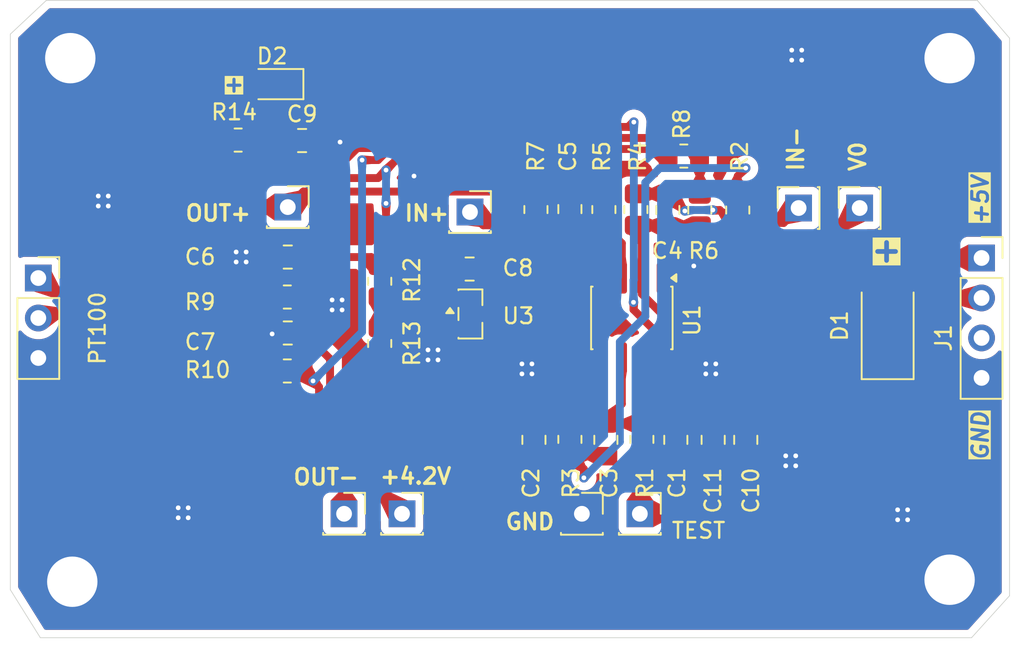
<source format=kicad_pcb>
(kicad_pcb (version 20241229) (generator "pcbnew") (generator_version "9.0")
  (layers (0 "F.Cu" signal) (2 "B.Cu" signal) (13 "F.Paste" user) (15 "B.Paste" user) (5 "F.SilkS" user "F.Silkscreen") (7 "B.SilkS" user "B.Silkscreen") (1 "F.Mask" user) (3 "B.Mask" user) (25 "Edge.Cuts" user))
  (net 0 "")
  (net 1 "GND")
  (net 2 "Net-(J1-Pin_2)")
  (net 3 "Net-(U1B-+)")
  (net 4 "Net-(U1B--)")
  (net 5 "Net-(C3-Pad1)")
  (net 6 "Net-(C4-Pad2)")
  (net 7 "Net-(U1A--)")
  (net 8 "Net-(U1A-+)")
  (net 9 "+4.2V")
  (net 10 "+5V")
  (net 11 "Net-(D1-A)")
  (net 13 "Net-(R10-Pad2)")
  (net 14 "Net-(R7-Pad1)")
  (net 15 "Net-(R10-Pad1)")
  (net 16 "Net-(U3-REF)")
  (footprint "Resistor_SMD:R_0805_2012Metric_Pad1.20x1.40mm_HandSolder" (layer "F.Cu") (at 133.1715 87.5705)
    (property "Reference" "R9" (at -5.539929 0.3135 0) (layer "F.SilkS"))
    (property "Value" "4701")
    (fp_line (start -0.227064 -0.735) (end 0.227064 -0.735) (stroke (width 0.12)) (layer "F.SilkS"))
    (fp_line (start -0.227064 0.735) (end 0.227064 0.735) (stroke (width 0.12)) (layer "F.SilkS"))
    (pad "1" smd roundrect (at -1 0) (size 1.2 1.4) (layers "F.Cu" "F.Mask" "F.Paste") (roundrect_rratio 0.208333) (net 14 "Net-(R7-Pad1)"))
    (pad "2" smd roundrect (at 1 0) (size 1.2 1.4) (layers "F.Cu" "F.Mask" "F.Paste") (roundrect_rratio 0.208333) (net 9 "+4.2V"))
  )
  (footprint "Capacitor_SMD:C_0805_2012Metric_Pad1.18x1.45mm_HandSolder" (layer "F.Cu") (at 144.7585 85.7925 180)
    (property "Reference" "C8" (at -3.0695 0.0675 0) (layer "F.SilkS"))
    (property "Value" "104")
    (fp_line (start -0.261252 0.735) (end 0.261252 0.735) (stroke (width 0.12)) (layer "F.SilkS"))
    (fp_line (start -0.261252 -0.735) (end 0.261252 -0.735) (stroke (width 0.12)) (layer "F.SilkS"))
    (pad "1" smd roundrect (at -1.0375 0 180) (size 1.175 1.45) (layers "F.Cu" "F.Mask" "F.Paste") (roundrect_rratio 0.212766) (net 1 "GND"))
    (pad "2" smd roundrect (at 1.0375 0 180) (size 1.175 1.45) (layers "F.Cu" "F.Mask" "F.Paste") (roundrect_rratio 0.212766) (net 16 "Net-(U3-REF)"))
  )
  (footprint "Connector_PinSocket_2.54mm:PinSocket_1x01_P2.54mm_Vertical" (layer "F.Cu") (at 136.779 101.346)
    (property "Reference" "OUT-" (at -1.143 -2.3368 0) (layer "F.SilkS") (effects (font (thickness 0.2) (bold yes))))
    (property "Value" "TP")
    (fp_line (start -1.33 1.21) (end -1.33 1.33) (stroke (width 0.12)) (layer "F.SilkS"))
    (fp_line (start -1.33 1.33) (end 1.33 1.33) (stroke (width 0.12)) (layer "F.SilkS"))
    (fp_line (start 0 -1.33) (end 1.33 -1.33) (stroke (width 0.12)) (layer "F.SilkS"))
    (fp_line (start 1.33 -1.33) (end 1.33 0) (stroke (width 0.12)) (layer "F.SilkS"))
    (fp_line (start 1.33 1.21) (end 1.33 1.33) (stroke (width 0.12)) (layer "F.SilkS"))
    (pad "1" thru_hole rect (at 0 0) (size 1.7 1.7) (drill 1) (layers "*.Cu" "*.Mask") (net 13 "Net-(R10-Pad2)"))
  )
  (footprint "Capacitor_SMD:C_0805_2012Metric_Pad1.18x1.45mm_HandSolder" (layer "F.Cu") (at 134.112 77.627 180)
    (property "Reference" "C9" (at 0 1.681 0) (layer "F.SilkS"))
    (property "Value" "106")
    (fp_line (start -0.261252 0.735) (end 0.261252 0.735) (stroke (width 0.12)) (layer "F.SilkS"))
    (fp_line (start -0.261252 -0.735) (end 0.261252 -0.735) (stroke (width 0.12)) (layer "F.SilkS"))
    (pad "1" smd roundrect (at -1.0375 0 180) (size 1.175 1.45) (layers "F.Cu" "F.Mask" "F.Paste") (roundrect_rratio 0.212766) (net 1 "GND"))
    (pad "2" smd roundrect (at 1.0375 0 180) (size 1.175 1.45) (layers "F.Cu" "F.Mask" "F.Paste") (roundrect_rratio 0.212766) (net 10 "+5V"))
  )
  (footprint "Capacitor_SMD:C_0805_2012Metric_Pad1.18x1.45mm_HandSolder" (layer "F.Cu") (at 133.2015 85.0305)
    (property "Reference" "C6" (at -5.569929 -0.012 0) (layer "F.SilkS"))
    (property "Value" "104")
    (fp_line (start -0.261252 -0.735) (end 0.261252 -0.735) (stroke (width 0.12)) (layer "F.SilkS"))
    (fp_line (start -0.261252 0.735) (end 0.261252 0.735) (stroke (width 0.12)) (layer "F.SilkS"))
    (pad "1" smd roundrect (at -1.0375 0) (size 1.175 1.45) (layers "F.Cu" "F.Mask" "F.Paste") (roundrect_rratio 0.212766) (net 1 "GND"))
    (pad "2" smd roundrect (at 1.0375 0) (size 1.175 1.45) (layers "F.Cu" "F.Mask" "F.Paste") (roundrect_rratio 0.212766) (net 9 "+4.2V"))
  )
  (footprint "Connector_PinSocket_2.54mm:PinSocket_1x03_P2.54mm_Vertical" (layer "F.Cu") (at 117.348 86.365)
    (property "Reference" "PT100" (at 3.7592 3.1954 90) (layer "F.SilkS"))
    (property "Value" "PT100")
    (fp_line (start -1.33 1.27) (end -1.33 6.41) (stroke (width 0.12)) (layer "F.SilkS"))
    (fp_line (start -1.33 1.27) (end 1.33 1.27) (stroke (width 0.12)) (layer "F.SilkS"))
    (fp_line (start -1.33 6.41) (end 1.33 6.41) (stroke (width 0.12)) (layer "F.SilkS"))
    (fp_line (start 0 -1.33) (end 1.33 -1.33) (stroke (width 0.12)) (layer "F.SilkS"))
    (fp_line (start 1.33 -1.33) (end 1.33 0) (stroke (width 0.12)) (layer "F.SilkS"))
    (fp_line (start 1.33 1.27) (end 1.33 6.41) (stroke (width 0.12)) (layer "F.SilkS"))
    (pad "1" thru_hole rect (at 0 0) (size 1.7 1.7) (drill 1) (layers "*.Cu" "*.Mask") (net 14 "Net-(R7-Pad1)"))
    (pad "2" thru_hole circle (at 0 2.54) (size 1.7 1.7) (drill 1) (layers "*.Cu" "*.Mask") (net 15 "Net-(R10-Pad1)"))
    (pad "3" thru_hole circle (at 0 5.08) (size 1.7 1.7) (drill 1) (layers "*.Cu" "*.Mask") (net 1 "GND"))
  )
  (footprint "Capacitor_SMD:C_0805_2012Metric_Pad1.18x1.45mm_HandSolder" (layer "F.Cu") (at 153.416 96.647 90)
    (property "Reference" "C3" (at -2.74961 0.2032 90) (layer "F.SilkS"))
    (property "Value" "104")
    (fp_line (start -0.261252 -0.735) (end 0.261252 -0.735) (stroke (width 0.12)) (layer "F.SilkS"))
    (fp_line (start -0.261252 0.735) (end 0.261252 0.735) (stroke (width 0.12)) (layer "F.SilkS"))
    (pad "1" smd roundrect (at -1.0375 0 90) (size 1.175 1.45) (layers "F.Cu" "F.Mask" "F.Paste") (roundrect_rratio 0.212766) (net 5 "Net-(C3-Pad1)"))
    (pad "2" smd roundrect (at 1.0375 0 90) (size 1.175 1.45) (layers "F.Cu" "F.Mask" "F.Paste") (roundrect_rratio 0.212766) (net 4 "Net-(U1B--)"))
  )
  (footprint "Capacitor_SMD:C_0805_2012Metric_Pad1.18x1.45mm_HandSolder" (layer "F.Cu") (at 157.353 82.042 90)
    (property "Reference" "C4" (at -2.5908 -0.0254 180) (layer "F.SilkS"))
    (property "Value" "100pF")
    (fp_line (start -0.261252 -0.735) (end 0.261252 -0.735) (stroke (width 0.12)) (layer "F.SilkS"))
    (fp_line (start -0.261252 0.735) (end 0.261252 0.735) (stroke (width 0.12)) (layer "F.SilkS"))
    (pad "1" smd roundrect (at -1.0375 0 90) (size 1.175 1.45) (layers "F.Cu" "F.Mask" "F.Paste") (roundrect_rratio 0.212766) (net 7 "Net-(U1A--)"))
    (pad "2" smd roundrect (at 1.0375 0 90) (size 1.175 1.45) (layers "F.Cu" "F.Mask" "F.Paste") (roundrect_rratio 0.212766) (net 6 "Net-(C4-Pad2)"))
  )
  (footprint "MountingHole:MountingHole_3.2mm_M3_DIN965_Pad" (layer "F.Cu") (at 119.507 105.664)
    (property "Reference" "J3" (at 0 0 0) (layer "F.SilkS"))
    (property "Value" "T")
    (pad "1" thru_hole circle (at 0 0) (size 5.6 5.6) (drill 3.2) (layers "*.Cu" "*.Mask") (net 1 "GND"))
  )
  (footprint "Connector_PinSocket_2.54mm:PinSocket_1x01_P2.54mm_Vertical" (layer "F.Cu") (at 140.462 101.346)
    (property "Reference" "+4.2V" (at 0.8636 -2.3876 0) (layer "F.SilkS") (effects (font (thickness 0.2) (bold yes))))
    (property "Value" "TP")
    (fp_line (start -1.33 1.21) (end -1.33 1.33) (stroke (width 0.12)) (layer "F.SilkS"))
    (fp_line (start -1.33 1.33) (end 1.33 1.33) (stroke (width 0.12)) (layer "F.SilkS"))
    (fp_line (start 0 -1.33) (end 1.33 -1.33) (stroke (width 0.12)) (layer "F.SilkS"))
    (fp_line (start 1.33 -1.33) (end 1.33 0) (stroke (width 0.12)) (layer "F.SilkS"))
    (fp_line (start 1.33 1.21) (end 1.33 1.33) (stroke (width 0.12)) (layer "F.SilkS"))
    (pad "1" thru_hole rect (at 0 0) (size 1.7 1.7) (drill 1) (layers "*.Cu" "*.Mask") (net 9 "+4.2V"))
  )
  (footprint "Capacitor_SMD:C_0805_2012Metric_Pad1.18x1.45mm_HandSolder" (layer "F.Cu") (at 160.235 96.647 -90)
    (property "Reference" "C11" (at 3.2258 0.0118 90) (layer "F.SilkS"))
    (property "Value" "104")
    (fp_line (start -0.261252 0.735) (end 0.261252 0.735) (stroke (width 0.12)) (layer "F.SilkS"))
    (fp_line (start -0.261252 -0.735) (end 0.261252 -0.735) (stroke (width 0.12)) (layer "F.SilkS"))
    (pad "1" smd roundrect (at -1.0375 0 270) (size 1.175 1.45) (layers "F.Cu" "F.Mask" "F.Paste") (roundrect_rratio 0.212766) (net 10 "+5V"))
    (pad "2" smd roundrect (at 1.0375 0 270) (size 1.175 1.45) (layers "F.Cu" "F.Mask" "F.Paste") (roundrect_rratio 0.212766) (net 1 "GND"))
  )
  (footprint "Capacitor_SMD:C_0805_2012Metric_Pad1.18x1.45mm_HandSolder" (layer "F.Cu") (at 151.13 81.982 -90)
    (property "Reference" "C5" (at -3.343647 0.127 90) (layer "F.SilkS"))
    (property "Value" "100pF")
    (fp_line (start -0.261252 0.735) (end 0.261252 0.735) (stroke (width 0.12)) (layer "F.SilkS"))
    (fp_line (start -0.261252 -0.735) (end 0.261252 -0.735) (stroke (width 0.12)) (layer "F.SilkS"))
    (pad "1" smd roundrect (at -1.0375 0 270) (size 1.175 1.45) (layers "F.Cu" "F.Mask" "F.Paste") (roundrect_rratio 0.212766) (net 1 "GND"))
    (pad "2" smd roundrect (at 1.0375 0 270) (size 1.175 1.45) (layers "F.Cu" "F.Mask" "F.Paste") (roundrect_rratio 0.212766) (net 8 "Net-(U1A-+)"))
  )
  (footprint "Connector_PinSocket_2.54mm:PinSocket_1x01_P2.54mm_Vertical" (layer "F.Cu") (at 169.545 81.915 90)
    (property "Reference" "V0" (at 3.280219 -0.127 90) (layer "F.SilkS") (effects (font (thickness 0.2) (bold yes))))
    (property "Value" "TP")
    (fp_line (start 1.33 -1.33) (end 1.33 0) (stroke (width 0.12)) (layer "F.SilkS"))
    (fp_line (start 0 -1.33) (end 1.33 -1.33) (stroke (width 0.12)) (layer "F.SilkS"))
    (fp_line (start 1.33 1.21) (end 1.33 1.33) (stroke (width 0.12)) (layer "F.SilkS"))
    (fp_line (start -1.33 1.21) (end -1.33 1.33) (stroke (width 0.12)) (layer "F.SilkS"))
    (fp_line (start -1.33 1.33) (end 1.33 1.33) (stroke (width 0.12)) (layer "F.SilkS"))
    (pad "1" thru_hole rect (at 0 0 90) (size 1.7 1.7) (drill 1) (layers "*.Cu" "*.Mask") (net 7 "Net-(U1A--)"))
  )
  (footprint "Connector_PinSocket_2.54mm:PinSocket_1x01_P2.54mm_Vertical" (layer "F.Cu") (at 165.665 81.915 90)
    (property "Reference" "IN-" (at 3.756409 -0.184 90) (layer "F.SilkS") (effects (font (thickness 0.2) (bold yes))))
    (property "Value" "TP")
    (fp_line (start 1.33 -1.33) (end 1.33 0) (stroke (width 0.12)) (layer "F.SilkS"))
    (fp_line (start 0 -1.33) (end 1.33 -1.33) (stroke (width 0.12)) (layer "F.SilkS"))
    (fp_line (start 1.33 1.21) (end 1.33 1.33) (stroke (width 0.12)) (layer "F.SilkS"))
    (fp_line (start -1.33 1.21) (end -1.33 1.33) (stroke (width 0.12)) (layer "F.SilkS"))
    (fp_line (start -1.33 1.33) (end 1.33 1.33) (stroke (width 0.12)) (layer "F.SilkS"))
    (pad "1" thru_hole rect (at 0 0 90) (size 1.7 1.7) (drill 1) (layers "*.Cu" "*.Mask") (net 6 "Net-(C4-Pad2)"))
  )
  (footprint "Connector_PinSocket_2.54mm:PinSocket_1x01_P2.54mm_Vertical" (layer "F.Cu") (at 151.892 101.346)
    (property "Reference" "GND" (at -3.302 0.508 0) (layer "F.SilkS") (effects (font (thickness 0.2) (bold yes))))
    (property "Value" "TP")
    (fp_line (start -1.33 1.21) (end -1.33 1.33) (stroke (width 0.12)) (layer "F.SilkS"))
    (fp_line (start -1.33 1.33) (end 1.33 1.33) (stroke (width 0.12)) (layer "F.SilkS"))
    (fp_line (start 0 -1.33) (end 1.33 -1.33) (stroke (width 0.12)) (layer "F.SilkS"))
    (fp_line (start 1.33 -1.33) (end 1.33 0) (stroke (width 0.12)) (layer "F.SilkS"))
    (fp_line (start 1.33 1.21) (end 1.33 1.33) (stroke (width 0.12)) (layer "F.SilkS"))
    (pad "1" thru_hole rect (at 0 0) (size 1.7 1.7) (drill 1) (layers "*.Cu" "*.Mask") (net 1 "GND"))
  )
  (footprint "Resistor_SMD:R_0805_2012Metric_Pad1.20x1.40mm_HandSolder" (layer "F.Cu") (at 133.1715 92.2695)
    (property "Reference" "R10" (at -5.063738 -0.0675 0) (layer "F.SilkS"))
    (property "Value" "1000")
    (fp_line (start -0.227064 -0.735) (end 0.227064 -0.735) (stroke (width 0.12)) (layer "F.SilkS"))
    (fp_line (start -0.227064 0.735) (end 0.227064 0.735) (stroke (width 0.12)) (layer "F.SilkS"))
    (pad "1" smd roundrect (at -1 0) (size 1.2 1.4) (layers "F.Cu" "F.Mask" "F.Paste") (roundrect_rratio 0.208333) (net 15 "Net-(R10-Pad1)"))
    (pad "2" smd roundrect (at 1 0) (size 1.2 1.4) (layers "F.Cu" "F.Mask" "F.Paste") (roundrect_rratio 0.208333) (net 13 "Net-(R10-Pad2)"))
  )
  (footprint "Resistor_SMD:R_0805_2012Metric_Pad1.20x1.40mm_HandSolder" (layer "F.Cu") (at 130.048 77.597)
    (property "Reference" "R14" (at -0.254 -1.778 0) (layer "F.SilkS"))
    (property "Value" "51R")
    (fp_line (start -0.227064 -0.735) (end 0.227064 -0.735) (stroke (width 0.12)) (layer "F.SilkS"))
    (fp_line (start -0.227064 0.735) (end 0.227064 0.735) (stroke (width 0.12)) (layer "F.SilkS"))
    (pad "1" smd roundrect (at -1 0) (size 1.2 1.4) (layers "F.Cu" "F.Mask" "F.Paste") (roundrect_rratio 0.208333) (net 9 "+4.2V"))
    (pad "2" smd roundrect (at 1 0) (size 1.2 1.4) (layers "F.Cu" "F.Mask" "F.Paste") (roundrect_rratio 0.208333) (net 10 "+5V"))
  )
  (footprint "Connector_PinSocket_2.54mm:PinSocket_1x01_P2.54mm_Vertical" (layer "F.Cu") (at 133.2015 81.8555)
    (property "Reference" "OUT+" (at -4.4235 0.3897 0) (layer "F.SilkS") (effects (font (thickness 0.2) (bold yes))))
    (property "Value" "TP")
    (fp_line (start -1.33 1.21) (end -1.33 1.33) (stroke (width 0.12)) (layer "F.SilkS"))
    (fp_line (start -1.33 1.33) (end 1.33 1.33) (stroke (width 0.12)) (layer "F.SilkS"))
    (fp_line (start 0 -1.33) (end 1.33 -1.33) (stroke (width 0.12)) (layer "F.SilkS"))
    (fp_line (start 1.33 -1.33) (end 1.33 0) (stroke (width 0.12)) (layer "F.SilkS"))
    (fp_line (start 1.33 1.21) (end 1.33 1.33) (stroke (width 0.12)) (layer "F.SilkS"))
    (pad "1" thru_hole rect (at 0 0) (size 1.7 1.7) (drill 1) (layers "*.Cu" "*.Mask") (net 14 "Net-(R7-Pad1)"))
  )
  (footprint "Resistor_SMD:R_0805_2012Metric_Pad1.20x1.40mm_HandSolder" (layer "F.Cu") (at 153.289 82.012 -90)
    (property "Reference" "R5" (at -3.373647 0.127 90) (layer "F.SilkS"))
    (property "Value" "4703")
    (fp_line (start -0.227064 0.735) (end 0.227064 0.735) (stroke (width 0.12)) (layer "F.SilkS"))
    (fp_line (start -0.227064 -0.735) (end 0.227064 -0.735) (stroke (width 0.12)) (layer "F.SilkS"))
    (pad "1" smd roundrect (at -1 0 270) (size 1.2 1.4) (layers "F.Cu" "F.Mask" "F.Paste") (roundrect_rratio 0.208333) (net 1 "GND"))
    (pad "2" smd roundrect (at 1 0 270) (size 1.2 1.4) (layers "F.Cu" "F.Mask" "F.Paste") (roundrect_rratio 0.208333) (net 8 "Net-(U1A-+)"))
  )
  (footprint "Resistor_SMD:R_0805_2012Metric_Pad1.20x1.40mm_HandSolder" (layer "F.Cu") (at 155.702 96.617 -90)
    (property "Reference" "R1" (at 2.77961 -0.2032 90) (layer "F.SilkS"))
    (property "Value" "1002")
    (fp_line (start -0.227064 0.735) (end 0.227064 0.735) (stroke (width 0.12)) (layer "F.SilkS"))
    (fp_line (start -0.227064 -0.735) (end 0.227064 -0.735) (stroke (width 0.12)) (layer "F.SilkS"))
    (pad "1" smd roundrect (at -1 0 270) (size 1.2 1.4) (layers "F.Cu" "F.Mask" "F.Paste") (roundrect_rratio 0.208333) (net 4 "Net-(U1B--)"))
    (pad "2" smd roundrect (at 1 0 270) (size 1.2 1.4) (layers "F.Cu" "F.Mask" "F.Paste") (roundrect_rratio 0.208333) (net 2 "Net-(J1-Pin_2)"))
  )
  (footprint "Diode_SMD:D_SMA" (layer "F.Cu") (at 171.323 89.281 90)
    (property "Reference" "D1" (at -0.121 -3.048 90) (layer "F.SilkS"))
    (property "Value" "SS34")
    (fp_line (start -3.51 -1.65) (end 2 -1.65) (stroke (width 0.12)) (layer "F.SilkS"))
    (fp_line (start -3.51 -1.65) (end -3.51 1.65) (stroke (width 0.12)) (layer "F.SilkS"))
    (fp_line (start -3.51 1.65) (end 2 1.65) (stroke (width 0.12)) (layer "F.SilkS"))
    (pad "1" smd roundrect (at -2 0 90) (size 2.5 1.8) (layers "F.Cu" "F.Mask" "F.Paste") (roundrect_rratio 0.1388888889) (net 10 "+5V"))
    (pad "2" smd roundrect (at 2 0 90) (size 2.5 1.8) (layers "F.Cu" "F.Mask" "F.Paste") (roundrect_rratio 0.1388888889) (net 11 "Net-(D1-A)"))
  )
  (footprint "Resistor_SMD:R_0805_2012Metric_Pad1.20x1.40mm_HandSolder" (layer "F.Cu") (at 148.971 82.012 -90)
    (property "Reference" "R7" (at -3.373647 0 90) (layer "F.SilkS"))
    (property "Value" "1002")
    (fp_line (start -0.227064 0.735) (end 0.227064 0.735) (stroke (width 0.12)) (layer "F.SilkS"))
    (fp_line (start -0.227064 -0.735) (end 0.227064 -0.735) (stroke (width 0.12)) (layer "F.SilkS"))
    (pad "1" smd roundrect (at -1 0 270) (size 1.2 1.4) (layers "F.Cu" "F.Mask" "F.Paste") (roundrect_rratio 0.208333) (net 14 "Net-(R7-Pad1)"))
    (pad "2" smd roundrect (at 1 0 270) (size 1.2 1.4) (layers "F.Cu" "F.Mask" "F.Paste") (roundrect_rratio 0.208333) (net 8 "Net-(U1A-+)"))
  )
  (footprint "MountingHole:MountingHole_3.2mm_M3_DIN965_Pad" (layer "F.Cu") (at 119.38 72.39)
    (property "Reference" "J5" (at 0 0 0) (layer "F.SilkS"))
    (property "Value" "T")
    (pad "1" thru_hole circle (at 0 0) (size 5.6 5.6) (drill 3.2) (layers "*.Cu" "*.Mask") (net 1 "GND"))
  )
  (footprint "Connector_PinSocket_2.54mm:PinSocket_1x01_P2.54mm_Vertical" (layer "F.Cu") (at 155.575 101.346)
    (property "Reference" "TEST" (at 3.7338 1.0668 0) (layer "F.SilkS"))
    (property "Value" "TP")
    (fp_line (start -1.33 1.21) (end -1.33 1.33) (stroke (width 0.12)) (layer "F.SilkS"))
    (fp_line (start -1.33 1.33) (end 1.33 1.33) (stroke (width 0.12)) (layer "F.SilkS"))
    (fp_line (start 0 -1.33) (end 1.33 -1.33) (stroke (width 0.12)) (layer "F.SilkS"))
    (fp_line (start 1.33 -1.33) (end 1.33 0) (stroke (width 0.12)) (layer "F.SilkS"))
    (fp_line (start 1.33 1.21) (end 1.33 1.33) (stroke (width 0.12)) (layer "F.SilkS"))
    (pad "1" thru_hole rect (at 0 0) (size 1.7 1.7) (drill 1) (layers "*.Cu" "*.Mask") (net 2 "Net-(J1-Pin_2)"))
  )
  (footprint "MountingHole:MountingHole_3.2mm_M3_DIN965_Pad" (layer "F.Cu") (at 175.26 72.39)
    (property "Reference" "J4" (at 0 -0.254 0) (layer "F.SilkS"))
    (property "Value" "T")
    (pad "1" thru_hole circle (at 0 0) (size 5.6 5.6) (drill 3.2) (layers "*.Cu" "*.Mask") (net 1 "GND"))
  )
  (footprint "MountingHole:MountingHole_3.2mm_M3_DIN965_Pad" (layer "F.Cu") (at 175.26 105.537)
    (property "Reference" "J2" (at 0 -0.254 0) (layer "F.SilkS"))
    (property "Value" "T")
    (pad "1" thru_hole circle (at 0 0) (size 5.6 5.6) (drill 3.2) (layers "*.Cu" "*.Mask") (net 1 "GND"))
  )
  (footprint "Resistor_SMD:R_0805_2012Metric_Pad1.20x1.40mm_HandSolder" (layer "F.Cu") (at 159.385 82.042 -90)
    (property "Reference" "R6" (at 2.5908 -0.254 180) (layer "F.SilkS"))
    (property "Value" "1002")
    (fp_line (start -0.227064 0.735) (end 0.227064 0.735) (stroke (width 0.12)) (layer "F.SilkS"))
    (fp_line (start -0.227064 -0.735) (end 0.227064 -0.735) (stroke (width 0.12)) (layer "F.SilkS"))
    (pad "1" smd roundrect (at -1 0 270) (size 1.2 1.4) (layers "F.Cu" "F.Mask" "F.Paste") (roundrect_rratio 0.208333) (net 13 "Net-(R10-Pad2)"))
    (pad "2" smd roundrect (at 1 0 270) (size 1.2 1.4) (layers "F.Cu" "F.Mask" "F.Paste") (roundrect_rratio 0.208333) (net 7 "Net-(U1A--)"))
  )
  (footprint "Connector_PinSocket_2.54mm:PinSocket_1x04_P2.54mm_Vertical" (layer "F.Cu") (at 177.292 85.09)
    (property "Reference" "J1" (at -2.413 5.08 90) (layer "F.SilkS"))
    (property "Value" "Header")
    (fp_line (start -1.33 1.27) (end -1.33 8.95) (stroke (width 0.12)) (layer "F.SilkS"))
    (fp_line (start -1.33 1.27) (end 1.33 1.27) (stroke (width 0.12)) (layer "F.SilkS"))
    (fp_line (start -1.33 8.95) (end 1.33 8.95) (stroke (width 0.12)) (layer "F.SilkS"))
    (fp_line (start 0 -1.33) (end 1.33 -1.33) (stroke (width 0.12)) (layer "F.SilkS"))
    (fp_line (start 1.33 -1.33) (end 1.33 0) (stroke (width 0.12)) (layer "F.SilkS"))
    (fp_line (start 1.33 1.27) (end 1.33 8.95) (stroke (width 0.12)) (layer "F.SilkS"))
    (pad "1" thru_hole rect (at 0 0) (size 1.7 1.7) (drill 1) (layers "*.Cu" "*.Mask") (net 11 "Net-(D1-A)"))
    (pad "2" thru_hole circle (at 0 2.54) (size 1.7 1.7) (drill 1) (layers "*.Cu" "*.Mask") (net 2 "Net-(J1-Pin_2)"))
    (pad "3" thru_hole circle (at 0 5.08) (size 1.7 1.7) (drill 1) (layers "*.Cu" "*.Mask"))
    (pad "4" thru_hole circle (at 0 7.62) (size 1.7 1.7) (drill 1) (layers "*.Cu" "*.Mask") (net 1 "GND"))
  )
  (footprint "Capacitor_SMD:C_0805_2012Metric_Pad1.18x1.45mm_HandSolder" (layer "F.Cu") (at 157.861 96.647 -90)
    (property "Reference" "C1" (at 2.74961 -0.0762 90) (layer "F.SilkS"))
    (property "Value" "106")
    (fp_line (start -0.261252 0.735) (end 0.261252 0.735) (stroke (width 0.12)) (layer "F.SilkS"))
    (fp_line (start -0.261252 -0.735) (end 0.261252 -0.735) (stroke (width 0.12)) (layer "F.SilkS"))
    (pad "1" smd roundrect (at -1.0375 0 270) (size 1.175 1.45) (layers "F.Cu" "F.Mask" "F.Paste") (roundrect_rratio 0.212766) (net 2 "Net-(J1-Pin_2)"))
    (pad "2" smd roundrect (at 1.0375 0 270) (size 1.175 1.45) (layers "F.Cu" "F.Mask" "F.Paste") (roundrect_rratio 0.212766) (net 1 "GND"))
  )
  (footprint "Capacitor_SMD:C_0805_2012Metric_Pad1.18x1.45mm_HandSolder" (layer "F.Cu") (at 148.844 96.647 -90)
    (property "Reference" "C2" (at 2.74961 0.1778 90) (layer "F.SilkS"))
    (property "Value" "104")
    (fp_line (start -0.261252 0.735) (end 0.261252 0.735) (stroke (width 0.12)) (layer "F.SilkS"))
    (fp_line (start -0.261252 -0.735) (end 0.261252 -0.735) (stroke (width 0.12)) (layer "F.SilkS"))
    (pad "1" smd roundrect (at -1.0375 0 270) (size 1.175 1.45) (layers "F.Cu" "F.Mask" "F.Paste") (roundrect_rratio 0.212766) (net 3 "Net-(U1B-+)"))
    (pad "2" smd roundrect (at 1.0375 0 270) (size 1.175 1.45) (layers "F.Cu" "F.Mask" "F.Paste") (roundrect_rratio 0.212766) (net 1 "GND"))
  )
  (footprint "Capacitor_SMD:C_0805_2012Metric_Pad1.18x1.45mm_HandSolder" (layer "F.Cu") (at 133.2015 89.8565)
    (property "Reference" "C7" (at -5.569929 0.5675 0) (layer "F.SilkS"))
    (property "Value" "106")
    (fp_line (start -0.261252 -0.735) (end 0.261252 -0.735) (stroke (width 0.12)) (layer "F.SilkS"))
    (fp_line (start -0.261252 0.735) (end 0.261252 0.735) (stroke (width 0.12)) (layer "F.SilkS"))
    (pad "1" smd roundrect (at -1.0375 0) (size 1.175 1.45) (layers "F.Cu" "F.Mask" "F.Paste") (roundrect_rratio 0.212766) (net 1 "GND"))
    (pad "2" smd roundrect (at 1.0375 0) (size 1.175 1.45) (layers "F.Cu" "F.Mask" "F.Paste") (roundrect_rratio 0.212766) (net 9 "+4.2V"))
  )
  (footprint "Resistor_SMD:R_0805_2012Metric_Pad1.20x1.40mm_HandSolder" (layer "F.Cu") (at 139.0435 90.5235 90)
    (property "Reference" "R13" (at 0 2.0535 90) (layer "F.SilkS"))
    (property "Value" "8201")
    (fp_line (start -0.227064 -0.735) (end 0.227064 -0.735) (stroke (width 0.12)) (layer "F.SilkS"))
    (fp_line (start -0.227064 0.735) (end 0.227064 0.735) (stroke (width 0.12)) (layer "F.SilkS"))
    (pad "1" smd roundrect (at -1 0 90) (size 1.2 1.4) (layers "F.Cu" "F.Mask" "F.Paste") (roundrect_rratio 0.208333) (net 1 "GND"))
    (pad "2" smd roundrect (at 1 0 90) (size 1.2 1.4) (layers "F.Cu" "F.Mask" "F.Paste") (roundrect_rratio 0.208333) (net 16 "Net-(U3-REF)"))
  )
  (footprint "Capacitor_SMD:C_0805_2012Metric_Pad1.18x1.45mm_HandSolder" (layer "F.Cu") (at 162.306 96.647 -90)
    (property "Reference" "C10" (at 3.2258 -0.3302 90) (layer "F.SilkS"))
    (property "Value" "106")
    (fp_line (start -0.261252 0.735) (end 0.261252 0.735) (stroke (width 0.12)) (layer "F.SilkS"))
    (fp_line (start -0.261252 -0.735) (end 0.261252 -0.735) (stroke (width 0.12)) (layer "F.SilkS"))
    (pad "1" smd roundrect (at -1.0375 0 270) (size 1.175 1.45) (layers "F.Cu" "F.Mask" "F.Paste") (roundrect_rratio 0.212766) (net 10 "+5V"))
    (pad "2" smd roundrect (at 1.0375 0 270) (size 1.175 1.45) (layers "F.Cu" "F.Mask" "F.Paste") (roundrect_rratio 0.212766) (net 1 "GND"))
  )
  (footprint "Resistor_SMD:R_0805_2012Metric_Pad1.20x1.40mm_HandSolder" (layer "F.Cu") (at 151.13 96.617 90)
    (property "Reference" "R3" (at -2.77961 0.0762 90) (layer "F.SilkS"))
    (property "Value" "1003")
    (fp_line (start -0.227064 -0.735) (end 0.227064 -0.735) (stroke (width 0.12)) (layer "F.SilkS"))
    (fp_line (start -0.227064 0.735) (end 0.227064 0.735) (stroke (width 0.12)) (layer "F.SilkS"))
    (pad "1" smd roundrect (at -1 0 90) (size 1.2 1.4) (layers "F.Cu" "F.Mask" "F.Paste") (roundrect_rratio 0.208333) (net 5 "Net-(C3-Pad1)"))
    (pad "2" smd roundrect (at 1 0 90) (size 1.2 1.4) (layers "F.Cu" "F.Mask" "F.Paste") (roundrect_rratio 0.208333) (net 3 "Net-(U1B-+)"))
  )
  (footprint "Resistor_SMD:R_0805_2012Metric_Pad1.20x1.40mm_HandSolder" (layer "F.Cu") (at 158.369 78.613 180)
    (property "Reference" "R8" (at 0.127 2.032 90) (layer "F.SilkS"))
    (property "Value" "4701")
    (fp_line (start -0.227064 0.735) (end 0.227064 0.735) (stroke (width 0.12)) (layer "F.SilkS"))
    (fp_line (start -0.227064 -0.735) (end 0.227064 -0.735) (stroke (width 0.12)) (layer "F.SilkS"))
    (pad "1" smd roundrect (at -1 0 180) (size 1.2 1.4) (layers "F.Cu" "F.Mask" "F.Paste") (roundrect_rratio 0.208333) (net 13 "Net-(R10-Pad2)"))
    (pad "2" smd roundrect (at 1 0 180) (size 1.2 1.4) (layers "F.Cu" "F.Mask" "F.Paste") (roundrect_rratio 0.208333) (net 9 "+4.2V"))
  )
  (footprint "Connector_PinSocket_2.54mm:PinSocket_1x01_P2.54mm_Vertical" (layer "F.Cu") (at 144.78 82.169)
    (property "Reference" "IN+" (at -2.7432 0.0762 180) (layer "F.SilkS") (effects (font (thickness 0.2) (bold yes))))
    (property "Value" "TP")
    (fp_line (start -1.33 1.21) (end -1.33 1.33) (stroke (width 0.12)) (layer "F.SilkS"))
    (fp_line (start -1.33 1.33) (end 1.33 1.33) (stroke (width 0.12)) (layer "F.SilkS"))
    (fp_line (start 0 -1.33) (end 1.33 -1.33) (stroke (width 0.12)) (layer "F.SilkS"))
    (fp_line (start 1.33 -1.33) (end 1.33 0) (stroke (width 0.12)) (layer "F.SilkS"))
    (fp_line (start 1.33 1.21) (end 1.33 1.33) (stroke (width 0.12)) (layer "F.SilkS"))
    (pad "1" thru_hole rect (at 0 0) (size 1.7 1.7) (drill 1) (layers "*.Cu" "*.Mask") (net 8 "Net-(U1A-+)"))
  )
  (footprint "Resistor_SMD:R_0805_2012Metric_Pad1.20x1.40mm_HandSolder" (layer "F.Cu") (at 155.321 82.012 90)
    (property "Reference" "R4" (at 3.373647 0.127 90) (layer "F.SilkS"))
    (property "Value" "4703")
    (fp_line (start -0.227064 -0.735) (end 0.227064 -0.735) (stroke (width 0.12)) (layer "F.SilkS"))
    (fp_line (start -0.227064 0.735) (end 0.227064 0.735) (stroke (width 0.12)) (layer "F.SilkS"))
    (pad "1" smd roundrect (at -1 0 90) (size 1.2 1.4) (layers "F.Cu" "F.Mask" "F.Paste") (roundrect_rratio 0.208333) (net 7 "Net-(U1A--)"))
    (pad "2" smd roundrect (at 1 0 90) (size 1.2 1.4) (layers "F.Cu" "F.Mask" "F.Paste") (roundrect_rratio 0.208333) (net 6 "Net-(C4-Pad2)"))
  )
  (footprint "Resistor_SMD:R_0805_2012Metric_Pad1.20x1.40mm_HandSolder" (layer "F.Cu") (at 161.798 82.042 90)
    (property "Reference" "R2" (at 3.403647 0.127 90) (layer "F.SilkS"))
    (property "Value" "1003")
    (fp_line (start -0.227064 -0.735) (end 0.227064 -0.735) (stroke (width 0.12)) (layer "F.SilkS"))
    (fp_line (start -0.227064 0.735) (end 0.227064 0.735) (stroke (width 0.12)) (layer "F.SilkS"))
    (pad "1" smd roundrect (at -1 0 90) (size 1.2 1.4) (layers "F.Cu" "F.Mask" "F.Paste") (roundrect_rratio 0.208333) (net 6 "Net-(C4-Pad2)"))
    (pad "2" smd roundrect (at 1 0 90) (size 1.2 1.4) (layers "F.Cu" "F.Mask" "F.Paste") (roundrect_rratio 0.208333) (net 5 "Net-(C3-Pad1)"))
  )
  (footprint "Package_SO:SOP-8_3.76x4.96mm_P1.27mm" (layer "F.Cu") (at 155.067 88.9 -90)
    (property "Reference" "U1" (at 0.1524 -3.8354 90) (layer "F.SilkS"))
    (property "Value" "LM358")
    (fp_line (start -1.99 2.59) (end -1.99 2.49) (stroke (width 0.12)) (layer "F.SilkS"))
    (fp_line (start 1.99 2.59) (end -1.99 2.59) (stroke (width 0.12)) (layer "F.SilkS"))
    (fp_line (start 1.99 2.49) (end 1.99 2.59) (stroke (width 0.12)) (layer "F.SilkS"))
    (fp_line (start -1.99 -2.49) (end -1.99 -2.59) (stroke (width 0.12)) (layer "F.SilkS"))
    (fp_line (start -1.99 -2.59) (end 1.99 -2.59) (stroke (width 0.12)) (layer "F.SilkS"))
    (fp_line (start 1.99 -2.59) (end 1.99 -2.49) (stroke (width 0.12)) (layer "F.SilkS"))
    (fp_poly (pts (xy -2.54 -2.5) (xy -2.78 -2.83) (xy -2.3 -2.83)) (stroke (width 0.12)) (fill yes) (layer "F.SilkS"))
    (pad "1" smd roundrect (at -2.5375 -1.905 270) (size 1.975 0.65) (layers "F.Cu" "F.Mask" "F.Paste") (net 6 "Net-(C4-Pad2)"))
    (pad "2" smd roundrect (at -2.5375 -0.635 270) (size 1.975 0.65) (layers "F.Cu" "F.Mask" "F.Paste") (net 7 "Net-(U1A--)"))
    (pad "3" smd roundrect (at -2.5375 0.635 270) (size 1.975 0.65) (layers "F.Cu" "F.Mask" "F.Paste") (net 8 "Net-(U1A-+)"))
    (pad "4" smd roundrect (at -2.5375 1.905 270) (size 1.975 0.65) (layers "F.Cu" "F.Mask" "F.Paste") (net 1 "GND"))
    (pad "5" smd roundrect (at 2.5375 1.905 270) (size 1.975 0.65) (layers "F.Cu" "F.Mask" "F.Paste") (net 3 "Net-(U1B-+)"))
    (pad "6" smd roundrect (at 2.5375 0.635 270) (size 1.975 0.65) (layers "F.Cu" "F.Mask" "F.Paste") (net 4 "Net-(U1B--)"))
    (pad "7" smd roundrect (at 2.5375 -0.635 270) (size 1.975 0.65) (layers "F.Cu" "F.Mask" "F.Paste") (net 4 "Net-(U1B--)"))
    (pad "8" smd roundrect (at 2.5375 -1.905 270) (size 1.975 0.65) (layers "F.Cu" "F.Mask" "F.Paste") (net 10 "+5V"))
  )
  (footprint "Resistor_SMD:R_0805_2012Metric_Pad1.20x1.40mm_HandSolder" (layer "F.Cu") (at 139.0435 86.5705 90)
    (property "Reference" "R12" (at 0.0835 2.0535 90) (layer "F.SilkS"))
    (property "Value" "5601")
    (fp_line (start -0.227064 -0.735) (end 0.227064 -0.735) (stroke (width 0.12)) (layer "F.SilkS"))
    (fp_line (start -0.227064 0.735) (end 0.227064 0.735) (stroke (width 0.12)) (layer "F.SilkS"))
    (pad "1" smd roundrect (at -1 0 90) (size 1.2 1.4) (layers "F.Cu" "F.Mask" "F.Paste") (roundrect_rratio 0.208333) (net 16 "Net-(U3-REF)"))
    (pad "2" smd roundrect (at 1 0 90) (size 1.2 1.4) (layers "F.Cu" "F.Mask" "F.Paste") (roundrect_rratio 0.208333) (net 9 "+4.2V"))
  )
  (footprint "Package_TO_SOT_SMD:SOT-23" (layer "F.Cu") (at 144.8085 88.6475)
    (property "Reference" "U3" (at 3.04331 0.1255 0) (layer "F.SilkS"))
    (property "Value" "TL431DBZ")
    (fp_line (start -0.76 -1.56) (end 0.76 -1.56) (stroke (width 0.12)) (layer "F.SilkS"))
    (fp_line (start -0.76 -1.51) (end -0.76 -1.56) (stroke (width 0.12)) (layer "F.SilkS"))
    (fp_line (start -0.76 0.39) (end -0.76 -0.39) (stroke (width 0.12)) (layer "F.SilkS"))
    (fp_line (start -0.76 1.56) (end -0.76 1.51) (stroke (width 0.12)) (layer "F.SilkS"))
    (fp_line (start 0.76 -1.56) (end 0.76 -0.56) (stroke (width 0.12)) (layer "F.SilkS"))
    (fp_line (start 0.76 0.56) (end 0.76 1.56) (stroke (width 0.12)) (layer "F.SilkS"))
    (fp_line (start 0.76 1.56) (end -0.76 1.56) (stroke (width 0.12)) (layer "F.SilkS"))
    (fp_poly (pts (xy -1.3 -0.38) (xy -1.06 -0.05) (xy -1.54 -0.05)) (stroke (width 0.12)) (fill yes) (layer "F.SilkS"))
    (pad "1" smd roundrect (at -0.9375 -0.95) (size 1.475 0.6) (layers "F.Cu" "F.Mask" "F.Paste") (net 16 "Net-(U3-REF)"))
    (pad "2" smd roundrect (at -0.9375 0.95) (size 1.475 0.6) (layers "F.Cu" "F.Mask" "F.Paste") (net 9 "+4.2V"))
    (pad "3" smd roundrect (at 0.9375 0) (size 1.475 0.6) (layers "F.Cu" "F.Mask" "F.Paste") (net 1 "GND"))
  )
  (footprint "LED_SMD:LED_0805_2012Metric_Pad1.15x1.40mm_HandSolder" (layer "F.Cu") (at 132.334 74.041 180)
    (property "Reference" "D2" (at 0.127 1.778 0) (layer "F.SilkS"))
    (property "Value" "LED")
    (fp_line (start 1 -0.96) (end -1.86 -0.96) (stroke (width 0.12)) (layer "F.SilkS"))
    (fp_line (start -1.86 0.96) (end 1 0.96) (stroke (width 0.12)) (layer "F.SilkS"))
    (fp_line (start -1.86 -0.96) (end -1.86 0.96) (stroke (width 0.12)) (layer "F.SilkS"))
    (pad "1" smd roundrect (at -1.025 0 180) (size 1.15 1.4) (layers "F.Cu" "F.Mask" "F.Paste") (roundrect_rratio 0.217391) (net 1 "GND"))
    (pad "2" smd roundrect (at 1.025 0 180) (size 1.15 1.4) (layers "F.Cu" "F.Mask" "F.Paste") (roundrect_rratio 0.217391) (net 9 "+4.2V"))
  )
  (gr_line (start 115.57 106.172) (end 115.57 70.866) (stroke (width 0.05)) (layer "Edge.Cuts"))
  (gr_line (start 117.856 68.72) (end 177.0225 68.72) (stroke (width 0.05)) (layer "Edge.Cuts"))
  (gr_line (start 115.57 70.866) (end 117.856 68.72) (stroke (width 0.05)) (layer "Edge.Cuts"))
  (gr_line (start 179.07 71.12) (end 179.07 106.553) (stroke (width 0.05)) (layer "Edge.Cuts"))
  (gr_line (start 176.657 109.22) (end 117.475 109.22) (stroke (width 0.05)) (layer "Edge.Cuts"))
  (gr_line (start 176.657 109.22) (end 179.07 106.553) (stroke (width 0.05)) (layer "Edge.Cuts"))
  (gr_line (start 177.0225 68.72) (end 179.07 71.12) (stroke (width 0.05)) (layer "Edge.Cuts"))
  (gr_line (start 115.57 106.172) (end 117.475 109.22) (stroke (width 0.05)) (layer "Edge.Cuts"))
  (gr_text "+" (at 170.1292 85.4456 0) (layer "F.SilkS" knockout) (effects (font (size 1.5 1.5) (thickness 0.3) (bold yes)) (justify left bottom)))
  (gr_text "PT100��ѹ���ŵ�����·" (at 137.414 107.442 0) (layer "F.SilkS") (effects (font (size 1.5 1.5) (thickness 0.2) (bold yes) (italic yes)) (justify left bottom)))
  (gr_text "236710058 ������ 236710059 ������ 236710060 �Ƽ���" (at 131.307929 105.029 0) (layer "F.SilkS") (effects (font (size 1 1) (thickness 0.1) (italic yes)) (justify left bottom)))
  (gr_text "+5V" (at 177.8 83.058 90) (layer "F.SilkS" knockout) (effects (font (size 1 1) (thickness 0.2) (bold yes) (italic yes)) (justify left bottom)))
  (gr_text "GND" (at 177.8 98.044 90) (layer "F.SilkS" knockout) (effects (font (size 1 1) (thickness 0.2) (bold yes) (italic yes)) (justify left bottom)))
  (gr_text "+" (at 129.032 74.6252 0) (layer "F.SilkS" knockout) (effects (font (size 1 1) (thickness 0.2) (bold yes)) (justify left bottom)))
  (gr_text "PT100��ѹ���ŵ�����·" (at 162.433 107.442 0) (layer "B.SilkS") (effects (font (size 1.5 1.5) (thickness 0.3) (bold yes) (italic yes)) (justify left bottom mirror)))
  (segment (start 157.861 97.6845) (end 162.306 97.6845) (width 0.5) (layer "F.Cu") (net 1))
  (via (at 160.401 91.821) (size 0.6) (drill 0.3) (layers "F.Cu" "B.Cu") (net 1))
  (via (at 126.238 101.6) (size 0.6) (drill 0.3) (layers "F.Cu" "B.Cu") (net 1))
  (via (at 148.082 91.821) (size 0.6) (drill 0.3) (layers "F.Cu" "B.Cu") (net 1))
  (via (at 172.593 101.727) (size 0.6) (drill 0.3) (layers "F.Cu" "B.Cu") (net 1))
  (via (at 165.862 72.517) (size 0.6) (drill 0.3) (layers "F.Cu" "B.Cu") (net 1))
  (via (at 136.525 77.724) (size 0.6) (drill 0.3) (layers "F.Cu" "B.Cu") (net 1))
  (via (at 129.921 84.709) (size 0.6) (drill 0.3) (layers "F.Cu" "B.Cu") (net 1))
  (via (at 148.082 92.456) (size 0.6) (drill 0.3) (layers "F.Cu" "B.Cu") (net 1))
  (via (at 165.862 71.882) (size 0.6) (drill 0.3) (layers "F.Cu" "B.Cu") (net 1))
  (via (at 159.766 92.456) (size 0.6) (drill 0.3) (layers "F.Cu" "B.Cu") (net 1))
  (via (at 121.158 81.153) (size 0.6) (drill 0.3) (layers "F.Cu" "B.Cu") (net 1))
  (via (at 121.793 81.153) (size 0.6) (drill 0.3) (layers "F.Cu" "B.Cu") (net 1))
  (via (at 126.238 100.965) (size 0.6) (drill 0.3) (layers "F.Cu" "B.Cu") (net 1))
  (via (at 136.652 87.757) (size 0.6) (drill 0.3) (layers "F.Cu" "B.Cu") (net 1))
  (via (at 132.207 89.916) (size 0.6) (drill 0.3) (layers "F.Cu" "B.Cu") (net 1))
  (via (at 172.593 101.092) (size 0.6) (drill 0.3) (layers "F.Cu" "B.Cu") (net 1))
  (via (at 142.748 90.932) (size 0.6) (drill 0.3) (layers "F.Cu" "B.Cu") (net 1))
  (via (at 148.717 91.821) (size 0.6) (drill 0.3) (layers "F.Cu" "B.Cu") (net 1))
  (via (at 136.017 87.757) (size 0.6) (drill 0.3) (layers "F.Cu" "B.Cu") (net 1))
  (via (at 130.556 85.344) (size 0.6) (drill 0.3) (layers "F.Cu" "B.Cu") (net 1))
  (via (at 142.113 91.567) (size 0.6) (drill 0.3) (layers "F.Cu" "B.Cu") (net 1))
  (via (at 148.717 92.456) (size 0.6) (drill 0.3) (layers "F.Cu" "B.Cu") (net 1))
  (via (at 121.793 81.788) (size 0.6) (drill 0.3) (layers "F.Cu" "B.Cu") (net 1))
  (via (at 121.158 81.788) (size 0.6) (drill 0.3) (layers "F.Cu" "B.Cu") (net 1))
  (via (at 165.227 72.517) (size 0.6) (drill 0.3) (layers "F.Cu" "B.Cu") (net 1))
  (via (at 159.766 91.821) (size 0.6) (drill 0.3) (layers "F.Cu" "B.Cu") (net 1))
  (via (at 142.113 90.932) (size 0.6) (drill 0.3) (layers "F.Cu" "B.Cu") (net 1))
  (via (at 165.227 71.882) (size 0.6) (drill 0.3) (layers "F.Cu" "B.Cu") (net 1))
  (via (at 136.017 88.392) (size 0.6) (drill 0.3) (layers "F.Cu" "B.Cu") (net 1))
  (via (at 165.481 97.663) (size 0.6) (drill 0.3) (layers "F.Cu" "B.Cu") (net 1))
  (via (at 164.846 97.663) (size 0.6) (drill 0.3) (layers "F.Cu" "B.Cu") (net 1))
  (via (at 142.748 91.567) (size 0.6) (drill 0.3) (layers "F.Cu" "B.Cu") (net 1))
  (via (at 126.873 101.6) (size 0.6) (drill 0.3) (layers "F.Cu" "B.Cu") (net 1))
  (via (at 160.401 92.456) (size 0.6) (drill 0.3) (layers "F.Cu" "B.Cu") (net 1))
  (via (at 130.556 84.709) (size 0.6) (drill 0.3) (layers "F.Cu" "B.Cu") (net 1))
  (via (at 165.481 98.298) (size 0.6) (drill 0.3) (layers "F.Cu" "B.Cu") (net 1))
  (via (at 129.921 85.344) (size 0.6) (drill 0.3) (layers "F.Cu" "B.Cu") (net 1))
  (via (at 141.224 79.883) (size 0.6) (drill 0.3) (layers "F.Cu" "B.Cu") (net 1))
  (via (at 126.873 100.965) (size 0.6) (drill 0.3) (layers "F.Cu" "B.Cu") (net 1))
  (via (at 171.958 101.727) (size 0.6) (drill 0.3) (layers "F.Cu" "B.Cu") (net 1))
  (via (at 164.846 98.298) (size 0.6) (drill 0.3) (layers "F.Cu" "B.Cu") (net 1))
  (via (at 136.652 88.392) (size 0.6) (drill 0.3) (layers "F.Cu" "B.Cu") (net 1))
  (via (at 159.004 85.598) (size 0.6) (drill 0.3) (layers "F.Cu" "B.Cu") (net 1))
  (via (at 171.958 101.092) (size 0.6) (drill 0.3) (layers "F.Cu" "B.Cu") (net 1))
  (segment (start 168.148 101.346) (end 173.99 95.504) (width 0.8) (layer "F.Cu") (net 2))
  (segment (start 155.575 101.346) (end 168.148 101.346) (width 0.8) (layer "F.Cu") (net 2))
  (segment (start 155.575 101.346) (end 155.575 97.744) (width 0.5) (layer "F.Cu") (net 2))
  (segment (start 175.006 87.63) (end 177.292 87.63) (width 0.8) (layer "F.Cu") (net 2))
  (segment (start 155.702 97.617) (end 155.8535 97.617) (width 0.5) (layer "F.Cu") (net 2))
  (segment (start 155.8535 97.617) (end 157.861 95.6095) (width 0.5) (layer "F.Cu") (net 2))
  (segment (start 173.99 95.504) (end 173.99 88.646) (width 0.8) (layer "F.Cu") (net 2))
  (segment (start 173.99 88.646) (end 175.006 87.63) (width 0.8) (layer "F.Cu") (net 2))
  (segment (start 155.575 97.744) (end 155.702 97.617) (width 0.5) (layer "F.Cu") (net 2))
  (segment (start 148.844 95.6095) (end 151.1225 95.6095) (width 0.5) (layer "F.Cu") (net 3))
  (segment (start 151.1225 95.6095) (end 151.13 95.617) (width 0.5) (layer "F.Cu") (net 3))
  (segment (start 153.162 93.599) (end 151.144 95.617) (width 0.5) (layer "F.Cu") (net 3))
  (segment (start 151.144 95.617) (end 151.13 95.617) (width 0.5) (layer "F.Cu") (net 3))
  (segment (start 153.162 91.4375) (end 153.162 93.599) (width 0.5) (layer "F.Cu") (net 3))
  (segment (start 155.702 91.4375) (end 155.702 95.617) (width 0.5) (layer "F.Cu") (net 4))
  (segment (start 153.416 95.6095) (end 155.6945 95.6095) (width 0.5) (layer "F.Cu") (net 4))
  (segment (start 155.6945 95.6095) (end 155.702 95.617) (width 0.5) (layer "F.Cu") (net 4))
  (segment (start 153.416 95.377) (end 153.416 95.6095) (width 0.5) (layer "F.Cu") (net 4))
  (segment (start 154.432 91.4375) (end 154.432 94.361) (width 0.5) (layer "F.Cu") (net 4))
  (segment (start 154.432 94.361) (end 153.416 95.377) (width 0.5) (layer "F.Cu") (net 4))
  (segment (start 153.3485 97.617) (end 153.416 97.6845) (width 0.5) (layer "F.Cu") (net 5))
  (segment (start 152.019 98.506) (end 151.13 97.617) (width 0.5) (layer "F.Cu") (net 5))
  (segment (start 151.13 97.617) (end 153.3485 97.617) (width 0.5) (layer "F.Cu") (net 5))
  (segment (start 161.798 81.042) (end 161.798 79.883) (width 0.5) (layer "F.Cu") (net 5))
  (segment (start 161.798 79.883) (end 162.306 79.375) (width 0.5) (layer "F.Cu") (net 5))
  (segment (start 152.019 99.06) (end 152.019 98.506) (width 0.5) (layer "F.Cu") (net 5))
  (via (at 152.019 99.06) (size 0.6) (drill 0.3) (layers "F.Cu" "B.Cu") (net 5))
  (via (at 162.306 79.375) (size 0.6) (drill 0.3) (layers "F.Cu" "B.Cu") (net 5))
  (segment (start 152.019 99.06) (end 154.305 96.774) (width 0.5) (layer "B.Cu") (net 5))
  (segment (start 154.305 90.424) (end 155.922669 88.806331) (width 0.5) (layer "B.Cu") (net 5))
  (segment (start 156.845 79.375) (end 162.306 79.375) (width 0.5) (layer "B.Cu") (net 5))
  (segment (start 155.922669 88.806331) (end 155.922669 80.297331) (width 0.5) (layer "B.Cu") (net 5))
  (segment (start 154.305 96.774) (end 154.305 90.424) (width 0.5) (layer "B.Cu") (net 5))
  (segment (start 155.922669 80.297331) (end 156.845 79.375) (width 0.5) (layer "B.Cu") (net 5))
  (segment (start 158.43575 82.10225) (end 158.43575 82.08725) (width 0.5) (layer "F.Cu") (net 6))
  (segment (start 156.972 87.503) (end 157.607 88.138) (width 0.5) (layer "F.Cu") (net 6))
  (segment (start 164.047636 82.865) (end 164.715 82.865) (width 0.5) (layer "F.Cu") (net 6))
  (segment (start 162.826318 84.086318) (end 164.047636 82.865) (width 0.5) (layer "F.Cu") (net 6))
  (segment (start 161.798 83.042) (end 161.798 83.058) (width 0.5) (layer "F.Cu") (net 6))
  (segment (start 158.774636 88.138) (end 162.826318 84.086318) (width 0.5) (layer "F.Cu") (net 6))
  (segment (start 160.212171 82.042) (end 160.655 82.042) (width 0.5) (layer "F.Cu") (net 6))
  (segment (start 157.3455 81.012) (end 158.43575 82.10225) (width 0.5) (layer "F.Cu") (net 6))
  (segment (start 156.972 86.3625) (end 156.972 87.503) (width 0.5) (layer "F.Cu") (net 6))
  (segment (start 161.655 83.042) (end 161.798 83.042) (width 0.5) (layer "F.Cu") (net 6))
  (segment (start 161.798 83.058) (end 162.826318 84.086318) (width 0.5) (layer "F.Cu") (net 6))
  (segment (start 158.43575 82.08725) (end 157.353 81.0045) (width 0.5) (layer "F.Cu") (net 6))
  (segment (start 155.321 81.012) (end 157.3455 81.012) (width 0.5) (layer "F.Cu") (net 6))
  (segment (start 164.715 82.865) (end 165.665 81.915) (width 0.5) (layer "F.Cu") (net 6))
  (segment (start 157.607 88.138) (end 158.774636 88.138) (width 0.5) (layer "F.Cu") (net 6))
  (segment (start 160.655 82.042) (end 161.655 83.042) (width 0.5) (layer "F.Cu") (net 6))
  (via (at 158.43575 82.10225) (size 0.6) (drill 0.3) (layers "F.Cu" "B.Cu") (net 6))
  (via (at 160.212171 82.042) (size 0.6) (drill 0.3) (layers "F.Cu" "B.Cu") (net 6))
  (segment (start 160.212171 82.042) (end 158.496 82.042) (width 0.5) (layer "B.Cu") (net 6))
  (segment (start 158.496 82.042) (end 158.43575 82.10225) (width 0.5) (layer "B.Cu") (net 6))
  (segment (start 157.226 88.9) (end 159.004 88.9) (width 0.5) (layer "F.Cu") (net 7))
  (segment (start 157.353 83.0795) (end 159.3475 83.0795) (width 0.5) (layer "F.Cu") (net 7))
  (segment (start 155.702 86.3625) (end 155.702 87.376) (width 0.5) (layer "F.Cu") (net 7))
  (segment (start 155.321 83.012) (end 157.2855 83.012) (width 0.5) (layer "F.Cu") (net 7))
  (segment (start 159.004 88.9) (end 164.338 83.566) (width 0.5) (layer "F.Cu") (net 7))
  (segment (start 159.3475 83.0795) (end 159.385 83.042) (width 0.5) (layer "F.Cu") (net 7))
  (segment (start 164.338 83.566) (end 167.894 83.566) (width 0.5) (layer "F.Cu") (net 7))
  (segment (start 167.894 83.566) (end 169.545 81.915) (width 0.5) (layer "F.Cu") (net 7))
  (segment (start 155.702 83.393) (end 155.321 83.012) (width 0.5) (layer "F.Cu") (net 7))
  (segment (start 157.2855 83.012) (end 157.353 83.0795) (width 0.5) (layer "F.Cu") (net 7))
  (segment (start 155.702 87.376) (end 157.226 88.9) (width 0.5) (layer "F.Cu") (net 7))
  (segment (start 155.702 86.3625) (end 155.702 83.393) (width 0.5) (layer "F.Cu") (net 7))
  (segment (start 145.623 83.012) (end 144.78 82.169) (width 0.5) (layer "F.Cu") (net 8))
  (segment (start 154.432 86.3625) (end 154.432 84.155) (width 0.5) (layer "F.Cu") (net 8))
  (segment (start 151.1225 83.012) (end 151.13 83.0195) (width 0.5) (layer "F.Cu") (net 8))
  (segment (start 154.432 84.155) (end 153.289 83.012) (width 0.5) (layer "F.Cu") (net 8))
  (segment (start 151.13 83.0195) (end 153.2815 83.0195) (width 0.5) (layer "F.Cu") (net 8))
  (segment (start 153.2815 83.0195) (end 153.289 83.012) (width 0.5) (layer "F.Cu") (net 8))
  (segment (start 148.971 83.012) (end 151.1225 83.012) (width 0.5) (layer "F.Cu") (net 8))
  (segment (start 148.971 83.012) (end 145.623 83.012) (width 0.5) (layer "F.Cu") (net 8))
  (segment (start 134.1715 87.5705) (end 134.1715 89.789) (width 0.5) (layer "F.Cu") (net 9))
  (segment (start 135.89 91.5075) (end 134.239 89.8565) (width 0.5) (layer "F.Cu") (net 9))
  (segment (start 143.891 89.6175) (end 143.891 91.948) (width 0.5) (layer "F.Cu") (net 9))
  (segment (start 143.891 91.948) (end 142.621 93.218) (width 0.5) (layer "F.Cu") (net 9))
  (segment (start 131.461 80.01) (end 138.938 80.01) (width 0.5) (layer "F.Cu") (net 9))
  (segment (start 129.048 77.597) (end 131.461 80.01) (width 0.5) (layer "F.Cu") (net 9))
  (segment (start 134.1715 89.789) (end 134.239 89.8565) (width 0.5) (layer "F.Cu") (net 9))
  (segment (start 140.462 101.346) (end 138.43 99.314) (width 0.5) (layer "F.Cu") (net 9))
  (segment (start 138.43 99.314) (end 137.414 99.314) (width 0.5) (layer "F.Cu") (net 9))
  (segment (start 129.048 75.422) (end 129.048 77.597) (width 0.5) (layer "F.Cu") (net 9))
  (segment (start 135.89 93.218) (end 135.89 91.5075) (width 0.5) (layer "F.Cu") (net 9))
  (segment (start 142.621 93.218) (end 135.89 93.218) (width 0.5) (layer "F.Cu") (net 9))
  (segment (start 137.414 99.314) (end 135.89 97.79) (width 0.5) (layer "F.Cu") (net 9))
  (segment (start 143.871 89.5975) (end 143.891 89.6175) (width 0.5) (layer "F.Cu") (net 9))
  (segment (start 139.446 81.618) (end 139.446 85.168) (width 0.5) (layer "F.Cu") (net 9))
  (segment (start 138.938 80.01) (end 139.446 79.502) (width 0.5) (layer "F.Cu") (net 9))
  (segment (start 138.5035 85.0305) (end 139.0435 85.5705) (width 0.5) (layer "F.Cu") (net 9))
  (segment (start 134.239 87.503) (end 134.1715 87.5705) (width 0.5) (layer "F.Cu") (net 9))
  (segment (start 139.446 85.168) (end 139.0435 85.5705) (width 0.5) (layer "F.Cu") (net 9))
  (segment (start 156.919 78.163) (end 140.785 78.163) (width 0.5) (layer "F.Cu") (net 9))
  (segment (start 135.89 97.79) (end 135.89 93.218) (width 0.5) (layer "F.Cu") (net 9))
  (segment (start 134.239 85.0305) (end 138.5035 85.0305) (width 0.5) (layer "F.Cu") (net 9))
  (segment (start 131.309 74.041) (end 130.429 74.041) (width 0.5) (layer "F.Cu") (net 9))
  (segment (start 140.785 78.163) (end 139.446 79.502) (width 0.5) (layer "F.Cu") (net 9))
  (segment (start 134.239 85.0305) (end 134.239 87.503) (width 0.5) (layer "F.Cu") (net 9))
  (segment (start 157.369 78.613) (end 156.919 78.163) (width 0.5) (layer "F.Cu") (net 9))
  (segment (start 130.429 74.041) (end 129.048 75.422) (width 0.5) (layer "F.Cu") (net 9))
  (via (at 139.446 81.618) (size 0.6) (drill 0.3) (layers "F.Cu" "B.Cu") (net 9))
  (via (at 139.446 79.502) (size 0.6) (drill 0.3) (layers "F.Cu" "B.Cu") (net 9))
  (segment (start 139.446 81.618) (end 139.446 79.502) (width 0.5) (layer "B.Cu") (net 9))
  (segment (start 156.972 93.472) (end 157.861 94.361) (width 0.5) (layer "F.Cu") (net 10))
  (segment (start 137.668 78.105) (end 137.657 78.116) (width 0.5) (layer "F.Cu") (net 10))
  (segment (start 159.512 94.869) (end 159.512 94.8865) (width 0.5) (layer "F.Cu") (net 10))
  (segment (start 168.053 91.281) (end 163.7245 95.6095) (width 0.8) (layer "F.Cu") (net 10))
  (segment (start 140.052636 76.761) (end 138.708636 78.105) (width 0.5) (layer "F.Cu") (net 10))
  (segment (start 157.861 94.361) (end 159.004 94.361) (width 0.5) (layer "F.Cu") (net 10))
  (segment (start 136.605925 79.121) (end 133.604 79.121) (width 0.5) (layer "F.Cu") (net 10))
  (segment (start 156.972 91.4375) (end 156.972 93.472) (width 0.5) (layer "F.Cu") (net 10))
  (segment (start 154.887 76.761) (end 140.052636 76.761) (width 0.5) (layer "F.Cu") (net 10))
  (segment (start 155.194 76.454) (end 154.887 76.761) (width 0.5) (layer "F.Cu") (net 10))
  (segment (start 162.306 95.6095) (end 160.235 95.6095) (width 0.8) (layer "F.Cu") (net 10))
  (segment (start 156.972 90.17) (end 156.972 91.4375) (width 0.5) (layer "F.Cu") (net 10))
  (segment (start 133.604 79.121) (end 133.0745 78.5915) (width 0.5) (layer "F.Cu") (net 10))
  (segment (start 155.171669 87.906331) (end 155.171669 88.369669) (width 0.5) (layer "F.Cu") (net 10))
  (segment (start 159.004 94.361) (end 159.512 94.869) (width 0.5) (layer "F.Cu") (net 10))
  (segment (start 133.0445 77.597) (end 133.0745 77.627) (width 0.5) (layer "F.Cu") (net 10))
  (segment (start 155.171669 88.369669) (end 156.972 90.17) (width 0.5) (layer "F.Cu") (net 10))
  (segment (start 163.7245 95.6095) (end 162.306 95.6095) (width 0.8) (layer "F.Cu") (net 10))
  (segment (start 138.708636 78.105) (end 137.668 78.105) (width 0.5) (layer "F.Cu") (net 10))
  (segment (start 159.512 94.8865) (end 160.235 95.6095) (width 0.5) (layer "F.Cu") (net 10))
  (segment (start 131.048 77.597) (end 133.0445 77.597) (width 0.5) (layer "F.Cu") (net 10))
  (segment (start 133.0745 78.5915) (end 133.0745 77.627) (width 0.5) (layer "F.Cu") (net 10))
  (segment (start 171.323 91.281) (end 168.053 91.281) (width 0.8) (layer "F.Cu") (net 10))
  (segment (start 137.610925 78.116) (end 136.605925 79.121) (width 0.5) (layer "F.Cu") (net 10))
  (segment (start 137.657 78.116) (end 137.610925 78.116) (width 0.5) (layer "F.Cu") (net 10))
  (via (at 155.171669 87.906331) (size 0.6) (drill 0.3) (layers "F.Cu" "B.Cu") (net 10))
  (via (at 155.194 76.454) (size 0.6) (drill 0.3) (layers "F.Cu" "B.Cu") (net 10))
  (segment (start 155.171669 86.509331) (end 155.194 86.487) (width 0.5) (layer "B.Cu") (net 10))
  (segment (start 155.194 86.487) (end 155.194 76.454) (width 0.5) (layer "B.Cu") (net 10))
  (segment (start 155.171669 87.906331) (end 155.171669 86.509331) (width 0.5) (layer "B.Cu") (net 10))
  (segment (start 177.292 85.09) (end 173.514 85.09) (width 0.8) (layer "F.Cu") (net 11))
  (segment (start 173.514 85.09) (end 171.323 87.281) (width 0.8) (layer "F.Cu") (net 11))
  (segment (start 159.369 78.613) (end 158.218 77.462) (width 0.5) (layer "F.Cu") (net 13))
  (segment (start 140.343 77.462) (end 138.938 78.867) (width 0.5) (layer "F.Cu") (net 13))
  (segment (start 134.1715 92.2695) (end 135.189 93.287) (width 0.5) (layer "F.Cu") (net 13))
  (segment (start 158.218 77.462) (end 140.343 77.462) (width 0.5) (layer "F.Cu") (net 13))
  (segment (start 135.189 93.287) (end 135.189 98.080364) (width 0.5) (layer "F.Cu") (net 13))
  (segment (start 159.385 78.629) (end 159.369 78.613) (width 0.5) (layer "F.Cu") (net 13))
  (segment (start 159.385 81.042) (end 159.385 78.629) (width 0.5) (layer "F.Cu") (net 13))
  (segment (start 136.779 99.695) (end 136.779 101.346) (width 0.5) (layer "F.Cu") (net 13))
  (segment (start 135.763 98.679) (end 136.779 99.695) (width 0.5) (layer "F.Cu") (net 13))
  (segment (start 135.763 98.654364) (end 135.763 98.679) (width 0.5) (layer "F.Cu") (net 13))
  (segment (start 134.8065 92.9045) (end 134.1715 92.2695) (width 0.5) (layer "F.Cu") (net 13))
  (segment (start 135.189 98.080364) (end 135.763 98.654364) (width 0.5) (layer "F.Cu") (net 13))
  (segment (start 138.938 78.867) (end 137.922 78.867) (width 0.5) (layer "F.Cu") (net 13))
  (via (at 134.8065 92.9045) (size 0.6) (drill 0.3) (layers "F.Cu" "B.Cu") (net 13))
  (via (at 137.922 78.867) (size 0.6) (drill 0.3) (layers "F.Cu" "B.Cu") (net 13))
  (segment (start 137.922 89.789) (end 137.922 78.867) (width 0.5) (layer "B.Cu") (net 13))
  (segment (start 134.8065 92.9045) (end 137.922 89.789) (width 0.5) (layer "B.Cu") (net 13))
  (segment (start 119.676864 87.5705) (end 118.5535 87.5705) (width 0.5) (layer "F.Cu") (net 14))
  (segment (start 127.762 87.5705) (end 127.762 89.027) (width 0.5) (layer "F.Cu") (net 14))
  (segment (start 127.762 89.027) (end 125.73 91.059) (width 0.5) (layer "F.Cu") (net 14))
  (segment (start 123.165364 91.059) (end 119.676864 87.5705) (width 0.5) (layer "F.Cu") (net 14))
  (segment (start 128.9645 81.8555) (end 127.762 83.058) (width 0.5) (layer "F.Cu") (net 14))
  (segment (start 125.73 91.059) (end 123.165364 91.059) (width 0.5) (layer "F.Cu") (net 14))
  (segment (start 133.2015 81.8555) (end 128.9645 81.8555) (width 0.5) (layer "F.Cu") (net 14))
  (segment (start 132.1715 87.5705) (end 127.762 87.5705) (width 0.5) (layer "F.Cu") (net 14))
  (segment (start 148.827 80.868) (end 134.189 80.868) (width 0.5) (layer "F.Cu") (net 14))
  (segment (start 127.762 83.058) (end 127.762 87.5705) (width 0.5) (layer "F.Cu") (net 14))
  (segment (start 134.189 80.868) (end 133.2015 81.8555) (width 0.5) (layer "F.Cu") (net 14))
  (segment (start 148.971 81.012) (end 148.827 80.868) (width 0.5) (layer "F.Cu") (net 14))
  (segment (start 118.5535 87.5705) (end 117.348 86.365) (width 0.5) (layer "F.Cu") (net 14))
  (segment (start 117.348 88.905) (end 117.734 88.519) (width 0.5) (layer "F.Cu") (net 15))
  (segment (start 131.723 91.821) (end 132.1715 92.2695) (width 0.5) (layer "F.Cu") (net 15))
  (segment (start 119.634 88.519) (end 122.936 91.821) (width 0.5) (layer "F.Cu") (net 15))
  (segment (start 122.936 91.821) (end 131.723 91.821) (width 0.5) (layer "F.Cu") (net 15))
  (segment (start 117.734 88.519) (end 119.634 88.519) (width 0.5) (layer "F.Cu") (net 15))
  (segment (start 143.721 87.5475) (end 143.871 87.6975) (width 0.5) (layer "F.Cu") (net 16))
  (segment (start 139.1705 87.6975) (end 139.0435 87.5705) (width 0.5) (layer "F.Cu") (net 16))
  (segment (start 139.0435 89.5235) (end 139.0435 87.5705) (width 0.5) (layer "F.Cu") (net 16))
  (segment (start 143.721 85.7925) (end 143.721 87.5475) (width 0.5) (layer "F.Cu") (net 16))
  (segment (start 143.871 87.6975) (end 139.1705 87.6975) (width 0.5) (layer "F.Cu") (net 16))
  (zone (net 1) (net_name "GND") (layer "F.Cu") (connect_pads yes (clearance 0.5)) (min_thickness 0.25) (fill yes (thermal_gap 0.5) (thermal_bridge_width 0.5))
    (polygon (pts (xy 117.475 109.22) (xy 176.657 109.22) (xy 179.07 106.553) (xy 179.07 71.12) (xy 177.038 68.707) (xy 117.856 68.707) (xy 115.57 70.866) (xy 115.57 106.172)))
  )
  (zone (net 1) (net_name "GND") (layer "B.Cu") (priority 1) (connect_pads yes (clearance 0.5)) (min_thickness 0.25) (fill yes (thermal_gap 0.5) (thermal_bridge_width 0.5))
    (polygon (pts (xy 117.475 109.22) (xy 176.657 109.22) (xy 179.07 106.553) (xy 179.07 71.12) (xy 177.038 68.707) (xy 117.856 68.707) (xy 115.57 70.866) (xy 115.57 106.172)))
  )
)
</source>
